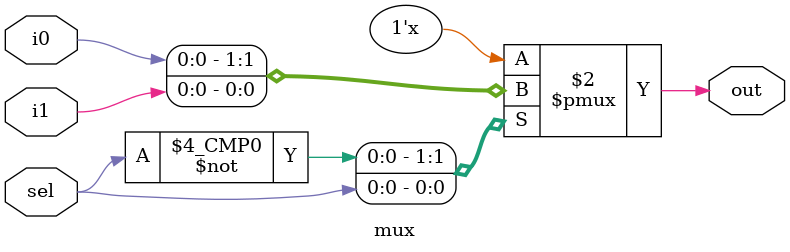
<source format=v>
module mux(
    input sel, i0, i1,
    output reg out
);

    always @(sel, i0, i1)
        begin
            case(sel)
                0: out <= i0;
                1: out <= i1;
            endcase
        end
endmodule
</source>
